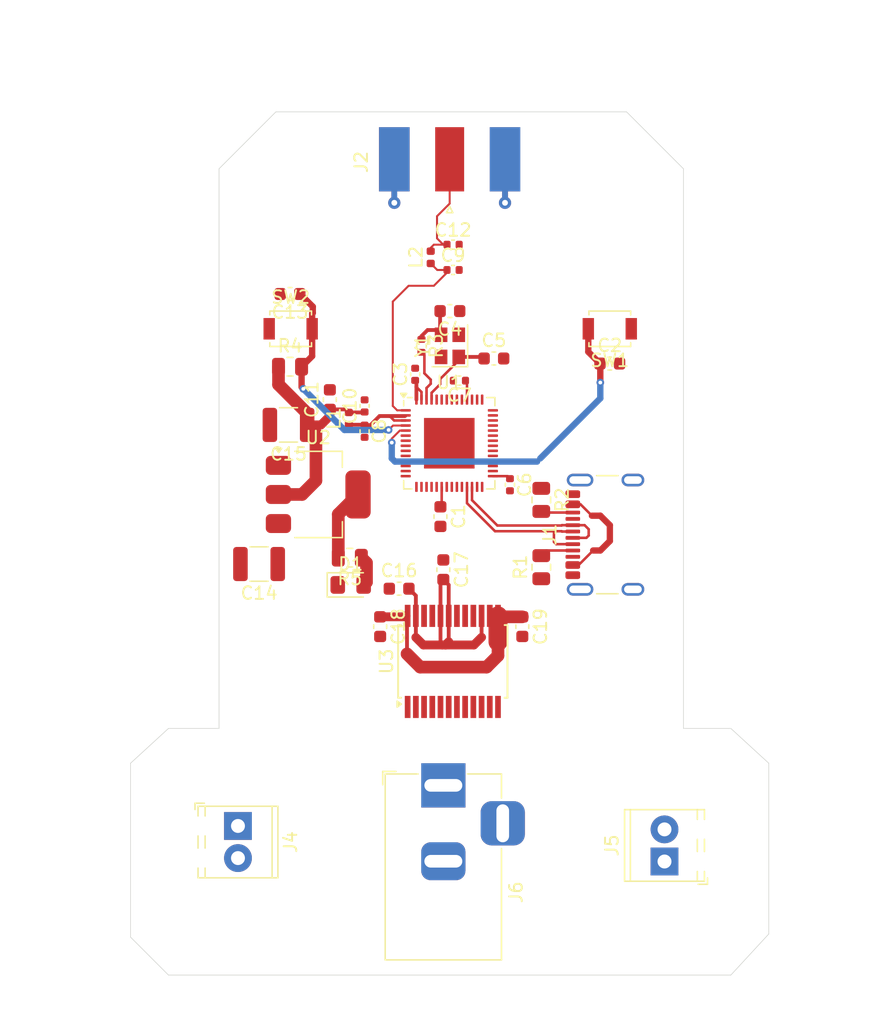
<source format=kicad_pcb>
(kicad_pcb (version 20240108) (generator "pcbnew") (generator_version "8.0")
  (layers (0 "F.Cu" signal) (1 "In1.Cu" power) (2 "In2.Cu" signal) (31 "B.Cu" signal) (34 "B.Paste" user) (35 "F.Paste" user) (36 "B.SilkS" user "B.Silkscreen") (37 "F.SilkS" user "F.Silkscreen") (38 "B.Mask" user) (39 "F.Mask" user) (44 "Edge.Cuts" user))
  (net 0 "")
  (net 1 "GND")
  (net 2 "+3.3V")
  (net 3 "IO0")
  (net 4 "Net-(C4-Pad2)")
  (net 5 "Net-(U1-XTAL_N)")
  (net 6 "+3.3VA")
  (net 7 "Net-(U1-LNA_IN)")
  (net 8 "Net-(J2-In)")
  (net 9 "ENABLE")
  (net 10 "Vin")
  (net 11 "Net-(D1-A)")
  (net 12 "Net-(J1-CC1)")
  (net 15 "D+")
  (net 18 "Net-(J1-CC2)")
  (net 21 "D-")
  (net 22 "Net-(J4-Pin_1)")
  (net 23 "Net-(J4-Pin_2)")
  (net 24 "Net-(J5-Pin_1)")
  (net 25 "Net-(J5-Pin_2)")
  (net 26 "Net-(U1-XTAL_P)")
  (net 69 "AIN_1")
  (net 70 "BIN_2")
  (net 71 "BIN_1")
  (net 72 "AIN_2")
  (footprint "Capacitor_SMD:C_0603_1608Metric" (layer "F.Cu") (at 146.08 90.55)
    (property "Reference" "C16" (at 0 -1.43 0) (layer "F.SilkS"))
    (property "Value" "0.1uF")
    (pad "1" smd roundrect (at -0.775 0) (size 0.9 0.95) (layers "F.Cu" "F.Paste" "F.Mask") (net 1 "GND"))
    (pad "2" smd roundrect (at 0.775 0) (size 0.9 0.95) (layers "F.Cu" "F.Paste" "F.Mask") (net 2 "+3.3V"))
  )
  (footprint "Capacitor_SMD:C_0402_1005Metric" (layer "F.Cu") (at 150.35 65.35)
    (property "Reference" "C9" (at 0 -1.16 0) (layer "F.SilkS"))
    (property "Value" "3.3p")
    (pad "1" smd roundrect (at -0.48 0) (size 0.56 0.62) (layers "F.Cu" "F.Paste" "F.Mask") (net 7 "Net-(U1-LNA_IN)"))
    (pad "2" smd roundrect (at 0.48 0) (size 0.56 0.62) (layers "F.Cu" "F.Paste" "F.Mask") (net 1 "GND"))
  )
  (footprint "Capacitor_SMD:C_0603_1608Metric" (layer "F.Cu") (at 140.6 75.6 90)
    (property "Reference" "C11" (at 0 -1.43 -90) (layer "F.SilkS"))
    (property "Value" "10u")
    (pad "1" smd roundrect (at -0.775 0 90) (size 0.9 0.95) (layers "F.Cu" "F.Paste" "F.Mask") (net 2 "+3.3V"))
    (pad "2" smd roundrect (at 0.775 0 90) (size 0.9 0.95) (layers "F.Cu" "F.Paste" "F.Mask") (net 1 "GND"))
  )
  (footprint "Capacitor_SMD:C_0603_1608Metric" (layer "F.Cu") (at 149.58 89.05 -90)
    (property "Reference" "C17" (at 0 -1.43 90) (layer "F.SilkS"))
    (property "Value" "10uF")
    (pad "1" smd roundrect (at -0.775 0 270) (size 0.9 0.95) (layers "F.Cu" "F.Paste" "F.Mask") (net 1 "GND"))
    (pad "2" smd roundrect (at 0.775 0 270) (size 0.9 0.95) (layers "F.Cu" "F.Paste" "F.Mask") (net 2 "+3.3V"))
  )
  (footprint "Crystal:Crystal_SMD_2520-4Pin_2.5x2.0mm" (layer "F.Cu") (at 150.1 71.35 90)
    (property "Reference" "Y1" (at 0 -2.2 -90) (layer "F.SilkS"))
    (property "Value" "40MHz")
    (pad "1" smd rect (at -0.875 0.7 90) (size 1.15 1) (layers "F.Cu" "F.Paste" "F.Mask") (net 5 "Net-(U1-XTAL_N)"))
    (pad "2" smd rect (at 0.875 0.7 90) (size 1.15 1) (layers "F.Cu" "F.Paste" "F.Mask") (net 1 "GND"))
    (pad "3" smd rect (at 0.875 -0.7 90) (size 1.15 1) (layers "F.Cu" "F.Paste" "F.Mask") (net 4 "Net-(C4-Pad2)"))
    (pad "4" smd rect (at -0.875 -0.7 90) (size 1.15 1) (layers "F.Cu" "F.Paste" "F.Mask") (net 1 "GND"))
  )
  (footprint "Capacitor_SMD:C_0402_1005Metric" (layer "F.Cu") (at 150.35 63.35)
    (property "Reference" "C12" (at 0 -1.16 0) (layer "F.SilkS"))
    (property "Value" "3.3p")
    (pad "1" smd roundrect (at -0.48 0) (size 0.56 0.62) (layers "F.Cu" "F.Paste" "F.Mask") (net 8 "Net-(J2-In)"))
    (pad "2" smd roundrect (at 0.48 0) (size 0.56 0.62) (layers "F.Cu" "F.Paste" "F.Mask") (net 1 "GND"))
  )
  (footprint "Connector_BarrelJack:BarrelJack_Horizontal" (layer "F.Cu") (at 149.58 106.1 90)
    (property "Reference" "J6" (at -8.45 5.75 -90) (layer "F.SilkS"))
    (property "Value" "Barrel_Jack_Switch")
    (pad "1" thru_hole rect (at 0 0 90) (size 3.5 3.5) (drill oval 1 3) (layers "*.Cu" "*.Mask") (net 10 "Vin"))
    (pad "2" thru_hole roundrect (at -6 0 90) (size 3 3.5) (drill oval 1 3) (layers "*.Cu" "*.Mask") (net 1 "GND"))
    (pad "3" thru_hole roundrect (at -3 4.7 90) (size 3.5 3.5) (drill oval 3 1) (layers "*.Cu" "*.Mask") (net 1 "GND"))
  )
  (footprint "Capacitor_SMD:C_0402_1005Metric" (layer "F.Cu") (at 147.35 73.6 90)
    (property "Reference" "C3" (at 0 -1.16 -90) (layer "F.SilkS"))
    (property "Value" "100n")
    (pad "1" smd roundrect (at -0.48 0 90) (size 0.56 0.62) (layers "F.Cu" "F.Paste" "F.Mask") (net 2 "+3.3V"))
    (pad "2" smd roundrect (at 0.48 0 90) (size 0.56 0.62) (layers "F.Cu" "F.Paste" "F.Mask") (net 1 "GND"))
  )
  (footprint "TerminalBlock_Phoenix:TerminalBlock_Phoenix_MPT-0,5-2-2.54_1x02_P2.54mm_Horizontal" (layer "F.Cu") (at 167.08 112.12 90)
    (property "Reference" "J5" (at 1.27 -4.16 90) (layer "F.SilkS"))
    (property "Value" "Motor_2")
    (pad "" np_thru_hole circle (at 0 2.54 90) (size 1.1 1.1) (drill 1.1) (layers "*.Cu" "*.Mask"))
    (pad "" np_thru_hole circle (at 2.54 2.54 90) (size 1.1 1.1) (drill 1.1) (layers "*.Cu" "*.Mask"))
    (pad "1" thru_hole rect (at 0 0 90) (size 2.2 2.2) (drill 1.1) (layers "*.Cu" "*.Mask") (net 24 "Net-(J5-Pin_1)"))
    (pad "2" thru_hole circle (at 2.54 0 90) (size 2.2 2.2) (drill 1.1) (layers "*.Cu" "*.Mask") (net 25 "Net-(J5-Pin_2)"))
  )
  (footprint "Capacitor_SMD:C_0603_1608Metric" (layer "F.Cu") (at 150.1 68.6 180)
    (property "Reference" "C4" (at 0 -1.43 180) (layer "F.SilkS"))
    (property "Value" "10p")
    (pad "1" smd roundrect (at -0.775 0 180) (size 0.9 0.95) (layers "F.Cu" "F.Paste" "F.Mask") (net 1 "GND"))
    (pad "2" smd roundrect (at 0.775 0 180) (size 0.9 0.95) (layers "F.Cu" "F.Paste" "F.Mask") (net 4 "Net-(C4-Pad2)"))
  )
  (footprint "Capacitor_SMD:C_0603_1608Metric" (layer "F.Cu") (at 155.83 93.55 -90)
    (property "Reference" "C19" (at 0 -1.43 90) (layer "F.SilkS"))
    (property "Value" "10uF")
    (pad "1" smd roundrect (at -0.775 0 270) (size 0.9 0.95) (layers "F.Cu" "F.Paste" "F.Mask") (net 10 "Vin"))
    (pad "2" smd roundrect (at 0.775 0 270) (size 0.9 0.95) (layers "F.Cu" "F.Paste" "F.Mask") (net 1 "GND"))
  )
  (footprint "Package_DFN_QFN:QFN-56-1EP_7x7mm_P0.4mm_EP4x4mm" (layer "F.Cu") (at 150.05 79.05)
    (property "Reference" "U1" (at 0 -4.8 0) (layer "F.SilkS"))
    (property "Value" "ESP32-S3")
    (pad "1" smd roundrect (at -3.45 -2.6) (size 0.8 0.2) (layers "F.Cu" "F.Paste" "F.Mask") (net 7 "Net-(U1-LNA_IN)"))
    (pad "2" smd roundrect (at -3.45 -2.2) (size 0.8 0.2) (layers "F.Cu" "F.Paste" "F.Mask") (net 6 "+3.3VA"))
    (pad "3" smd roundrect (at -3.45 -1.8) (size 0.8 0.2) (layers "F.Cu" "F.Paste" "F.Mask") (net 6 "+3.3VA"))
    (pad "4" smd roundrect (at -3.45 -1.4) (size 0.8 0.2) (layers "F.Cu" "F.Paste" "F.Mask") (net 9 "ENABLE"))
    (pad "5" smd roundrect (at -3.45 -1) (size 0.8 0.2) (layers "F.Cu" "F.Paste" "F.Mask") (net 3 "IO0"))
    (pad "6" smd roundrect (at -3.45 -0.6) (size 0.8 0.2) (layers "F.Cu" "F.Paste" "F.Mask"))
    (pad "7" smd roundrect (at -3.45 -0.2) (size 0.8 0.2) (layers "F.Cu" "F.Paste" "F.Mask"))
    (pad "8" smd roundrect (at -3.45 0.2) (size 0.8 0.2) (layers "F.Cu" "F.Paste" "F.Mask"))
    (pad "9" smd roundrect (at -3.45 0.6) (size 0.8 0.2) (layers "F.Cu" "F.Paste" "F.Mask"))
    (pad "10" smd roundrect (at -3.45 1) (size 0.8 0.2) (layers "F.Cu" "F.Paste" "F.Mask"))
    (pad "11" smd roundrect (at -3.45 1.4) (size 0.8 0.2) (layers "F.Cu" "F.Paste" "F.Mask"))
    (pad "12" smd roundrect (at -3.45 1.8) (size 0.8 0.2) (layers "F.Cu" "F.Paste" "F.Mask"))
    (pad "13" smd roundrect (at -3.45 2.2) (size 0.8 0.2) (layers "F.Cu" "F.Paste" "F.Mask"))
    (pad "14" smd roundrect (at -3.45 2.6) (size 0.8 0.2) (layers "F.Cu" "F.Paste" "F.Mask"))
    (pad "15" smd roundrect (at -2.6 3.45) (size 0.2 0.8) (layers "F.Cu" "F.Paste" "F.Mask"))
    (pad "16" smd roundrect (at -2.2 3.45) (size 0.2 0.8) (layers "F.Cu" "F.Paste" "F.Mask"))
    (pad "17" smd roundrect (at -1.8 3.45) (size 0.2 0.8) (layers "F.Cu" "F.Paste" "F.Mask"))
    (pad "18" smd roundrect (at -1.4 3.45) (size 0.2 0.8) (layers "F.Cu" "F.Paste" "F.Mask"))
    (pad "19" smd roundrect (at -1 3.45) (size 0.2 0.8) (layers "F.Cu" "F.Paste" "F.Mask"))
    (pad "20" smd roundrect (at -0.6 3.45) (size 0.2 0.8) (layers "F.Cu" "F.Paste" "F.Mask") (net 2 "+3.3V"))
    (pad "21" smd roundrect (at -0.2 3.45) (size 0.2 0.8) (layers "F.Cu" "F.Paste" "F.Mask"))
    (pad "22" smd roundrect (at 0.2 3.45) (size 0.2 0.8) (layers "F.Cu" "F.Paste" "F.Mask"))
    (pad "23" smd roundrect (at 0.6 3.45) (size 0.2 0.8) (layers "F.Cu" "F.Paste" "F.Mask"))
    (pad "24" smd roundrect (at 1 3.45) (size 0.2 0.8) (layers "F.Cu" "F.Paste" "F.Mask"))
    (pad "25" smd roundrect (at 1.4 3.45) (size 0.2 0.8) (layers "F.Cu" "F.Paste" "F.Mask") (net 21 "D-"))
    (pad "26" smd roundrect (at 1.8 3.45) (size 0.2 0.8) (layers "F.Cu" "F.Paste" "F.Mask") (net 15 "D+"))
    (pad "27" smd roundrect (at 2.2 3.45) (size 0.2 0.8) (layers "F.Cu" "F.Paste" "F.Mask"))
    (pad "28" smd roundrect (at 2.6 3.45) (size 0.2 0.8) (layers "F.Cu" "F.Paste" "F.Mask"))
    (pad "29" smd roundrect (at 3.45 2.6) (size 0.8 0.2) (layers "F.Cu" "F.Paste" "F.Mask") (net 2 "+3.3V"))
    (pad "30" smd roundrect (at 3.45 2.2) (size 0.8 0.2) (layers "F.Cu" "F.Paste" "F.Mask"))
    (pad "31" smd roundrect (at 3.45 1.8) (size 0.8 0.2) (layers "F.Cu" "F.Paste" "F.Mask"))
    (pad "32" smd roundrect (at 3.45 1.4) (size 0.8 0.2) (layers "F.Cu" "F.Paste" "F.Mask"))
    (pad "33" smd roundrect (at 3.45 1) (size 0.8 0.2) (layers "F.Cu" "F.Paste" "F.Mask"))
    (pad "34" smd roundrect (at 3.45 0.6) (size 0.8 0.2) (layers "F.Cu" "F.Paste" "F.Mask"))
    (pad "35" smd roundrect (at 3.45 0.2) (size 0.8 0.2) (layers "F.Cu" "F.Paste" "F.Mask"))
    (pad "36" smd roundrect (at 3.45 -0.2) (size 0.8 0.2) (layers "F.Cu" "F.Paste" "F.Mask"))
    (pad "37" smd roundrect (at 3.45 -0.6) (size 0.8 0.2) (layers "F.Cu" "F.Paste" "F.Mask"))
    (pad "38" smd roundrect (at 3.45 -1) (size 0.8 0.2) (layers "F.Cu" "F.Paste" "F.Mask"))
    (pad "39" smd roundrect (at 3.45 -1.4) (size 0.8 0.2) (layers "F.Cu" "F.Paste" "F.Mask"))
    (pad "40" smd roundrect (at 3.45 -1.8) (size 0.8 0.2) (layers "F.Cu" "F.Paste" "F.Mask"))
    (pad "41" smd roundrect (at 3.45 -2.2) (size 0.8 0.2) (layers "F.Cu" "F.Paste" "F.Mask"))
    (pad "42" smd roundrect (at 3.45 -2.6) (size 0.8 0.2) (layers "F.Cu" "F.Paste" "F.Mask"))
    (pad "43" smd roundrect (at 2.6 -3.45) (size 0.2 0.8) (layers "F.Cu" "F.Paste" "F.Mask"))
    (pad "44" smd roundrect (at 2.2 -3.45) (size 0.2 0.8) (layers "F.Cu" "F.Paste" "F.Mask"))
    (pad "45" smd roundrect (at 1.8 -3.45) (size 0.2 0.8) (layers "F.Cu" "F.Paste" "F.Mask"))
    (pad "46" smd roundrect (at 1.4 -3.45) (size 0.2 0.8) (layers "F.Cu" "F.Paste" "F.Mask") (net 2 "+3.3V"))
    (pad "47" smd roundrect (at 1 -3.45) (size 0.2 0.8) (layers "F.Cu" "F.Paste" "F.Mask"))
    (pad "48" smd roundrect (at 0.6 -3.45) (size 0.2 0.8) (layers "F.Cu" "F.Paste" "F.Mask"))
    (pad "49" smd roundrect (at 0.2 -3.45) (size 0.2 0.8) (layers "F.Cu" "F.Paste" "F.Mask"))
    (pad "50" smd roundrect (at -0.2 -3.45) (size 0.2 0.8) (layers "F.Cu" "F.Paste" "F.Mask"))
    (pad "51" smd roundrect (at -0.6 -3.45) (size 0.2 0.8) (layers "F.Cu" "F.Paste" "F.Mask"))
    (pad "52" smd roundrect (at -1 -3.45) (size 0.2 0.8) (layers "F.Cu" "F.Paste" "F.Mask"))
    (pad "53" smd roundrect (at -1.4 -3.45) (size 0.2 0.8) (layers "F.Cu" "F.Paste" "F.Mask") (net 5 "Net-(U1-XTAL_N)"))
    (pad "54" smd roundrect (at -1.8 -3.45) (size 0.2 0.8) (layers "F.Cu" "F.Paste" "F.Mask") (net 26 "Net-(U1-XTAL_P)"))
    (pad "55" smd roundrect (at -2.2 -3.45) (size 0.2 0.8) (layers "F.Cu" "F.Paste" "F.Mask") (net 2 "+3.3V"))
    (pad "56" smd roundrect (at -2.6 -3.45) (size 0.2 0.8) (layers "F.Cu" "F.Paste" "F.Mask") (net 2 "+3.3V"))
    (pad "57" smd rect (at 0 0) (size 4 4) (property pad_prop_heatsink) (layers "F.Cu" "F.Mask") (net 1 "GND"))
  )
  (footprint "Button_Switch_SMD:SW_SPST_B3U-1000P" (layer "F.Cu") (at 162.75 70 180)
    (property "Reference" "SW1" (at 0 -2.5 180) (layer "F.SilkS"))
    (property "Value" "SW_Push")
    (pad "1" smd rect (at -1.700001 0 180) (size 0.9 1.7) (layers "F.Cu" "F.Paste" "F.Mask") (net 1 "GND"))
    (pad "2" smd rect (at 1.700001 0 180) (size 0.9 1.7) (layers "F.Cu" "F.Paste" "F.Mask") (net 3 "IO0"))
  )
  (footprint "Capacitor_SMD:C_0402_1005Metric" (layer "F.Cu") (at 143.35 76.1 90)
    (property "Reference" "C10" (at 0 -1.16 -90) (layer "F.SilkS"))
    (property "Value" "100n")
    (pad "1" smd roundrect (at -0.48 0 90) (size 0.56 0.62) (layers "F.Cu" "F.Paste" "F.Mask") (net 2 "+3.3V"))
    (pad "2" smd roundrect (at 0.48 0 90) (size 0.56 0.62) (layers "F.Cu" "F.Paste" "F.Mask") (net 1 "GND"))
  )
  (footprint "Capacitor_SMD:C_0603_1608Metric" (layer "F.Cu") (at 149.35 84.85 -90)
    (property "Reference" "C1" (at 0 -1.43 90) (layer "F.SilkS"))
    (property "Value" "10u")
    (pad "1" smd roundrect (at -0.775 0 270) (size 0.9 0.95) (layers "F.Cu" "F.Paste" "F.Mask") (net 2 "+3.3V"))
    (pad "2" smd roundrect (at 0.775 0 270) (size 0.9 0.95) (layers "F.Cu" "F.Paste" "F.Mask") (net 1 "GND"))
  )
  (footprint "Resistor_SMD:R_0805_2012Metric" (layer "F.Cu") (at 157.33 83.53 -90)
    (property "Reference" "R2" (at 0 -1.65 90) (layer "F.SilkS"))
    (property "Value" "5.7k")
    (pad "1" smd roundrect (at -0.9125 0 270) (size 1.025 1.4) (layers "F.Cu" "F.Paste" "F.Mask") (roundrect_rratio 0.243902) (net 1 "GND"))
    (pad "2" smd roundrect (at 0.9125 0 270) (size 1.025 1.4) (layers "F.Cu" "F.Paste" "F.Mask") (roundrect_rratio 0.243902) (net 18 "Net-(J1-CC2)"))
  )
  (footprint "Inductor_SMD:L_0402_1005Metric" (layer "F.Cu") (at 148.58 64.35 90)
    (property "Reference" "L2" (at 0 -1.17 -90) (layer "F.SilkS"))
    (property "Value" "2.2n")
    (pad "1" smd roundrect (at -0.485 0 90) (size 0.59 0.64) (layers "F.Cu" "F.Paste" "F.Mask") (net 7 "Net-(U1-LNA_IN)"))
    (pad "2" smd roundrect (at 0.485 0 90) (size 0.59 0.64) (layers "F.Cu" "F.Paste" "F.Mask") (net 8 "Net-(J2-In)"))
  )
  (footprint "Connector_Coaxial:SMA_Molex_73251-1153_EdgeMount_Horizontal" (layer "F.Cu") (at 150.08 58.32 -90)
    (property "Reference" "J2" (at -1.5 7 90) (layer "F.SilkS"))
    (property "Value" "Conn_Coaxial")
    (pad "1" smd rect (at -1.72 0 270) (size 5.08 2.29) (layers "F.Cu" "F.Paste" "F.Mask") (net 8 "Net-(J2-In)"))
    (pad "2" smd rect (at -1.72 -4.38 270) (size 5.08 2.42) (layers "F.Cu" "F.Paste" "F.Mask") (net 1 "GND"))
    (pad "2" smd rect (at -1.72 -4.38 270) (size 5.08 2.42) (layers "B.Cu" "B.Paste" "B.Mask") (net 1 "GND"))
    (pad "2" smd rect (at -1.72 4.38 270) (size 5.08 2.42) (layers "F.Cu" "F.Paste" "F.Mask") (net 1 "GND"))
    (pad "2" smd rect (at -1.72 4.38 270) (size 5.08 2.42) (layers "B.Cu" "B.Paste" "B.Mask") (net 1 "GND"))
    (pad "2" smd rect (at 1.27 -4.38 270) (size 0.95 0.46) (layers "F.Cu") (net 1 "GND"))
    (pad "2" smd rect (at 1.27 -4.38 270) (size 0.95 0.46) (layers "B.Cu") (net 1 "GND"))
    (pad "2" smd rect (at 1.27 4.38 270) (size 0.95 0.46) (layers "F.Cu") (net 1 "GND"))
    (pad "2" smd rect (at 1.27 4.38 270) (size 0.95 0.46) (layers "B.Cu") (net 1 "GND"))
    (pad "2" thru_hole circle (at 1.72 -4.38 270) (size 0.97 0.97) (drill 0.46) (layers "*.Cu" "*.Mask") (net 1 "GND"))
    (pad "2" thru_hole circle (at 1.72 4.38 270) (size 0.97 0.97) (drill 0.46) (layers "*.Cu") (net 1 "GND"))
  )
  (footprint "Resistor_SMD:R_0402_1005Metric" (layer "F.Cu") (at 147.85 71.35 -90)
    (property "Reference" "R3" (at 0 -1.17 90) (layer "F.SilkS"))
    (property "Value" "22k")
    (pad "1" smd roundrect (at -0.509999 0 270) (size 0.54 0.64) (layers "F.Cu" "F.Paste" "F.Mask") (net 4 "Net-(C4-Pad2)"))
    (pad "2" smd roundrect (at 0.509999 0 270) (size 0.54 0.64) (layers "F.Cu" "F.Paste" "F.Mask") (net 26 "Net-(U1-XTAL_P)"))
  )
  (footprint "Button_Switch_SMD:SW_SPST_B3U-1000P" (layer "F.Cu") (at 137.5 70)
    (property "Reference" "SW2" (at 0 -2.5 0) (layer "F.SilkS"))
    (property "Value" "SW_Push")
    (pad "1" smd rect (at -1.7 0) (size 0.9 1.7) (layers "F.Cu" "F.Paste" "F.Mask") (net 1 "GND"))
    (pad "2" smd rect (at 1.7 0) (size 0.9 1.7) (layers "F.Cu" "F.Paste" "F.Mask") (net 9 "ENABLE"))
  )
  (footprint "Capacitor_SMD:C_0603_1608Metric" (layer "F.Cu") (at 162.75 72.749999)
    (property "Reference" "C2" (at 0 -1.43 0) (layer "F.SilkS"))
    (property "Value" "0.1u")
    (pad "1" smd roundrect (at -0.775 0) (size 0.9 0.95) (layers "F.Cu" "F.Paste" "F.Mask") (net 3 "IO0"))
    (pad "2" smd roundrect (at 0.775 0) (size 0.9 0.95) (layers "F.Cu" "F.Paste" "F.Mask") (net 1 "GND"))
  )
  (footprint "Resistor_SMD:R_0805_2012Metric" (layer "F.Cu") (at 157.33 88.85 90)
    (property "Reference" "R1" (at 0 -1.65 -90) (layer "F.SilkS"))
    (property "Value" "5.7k")
    (pad "1" smd roundrect (at -0.9125 0 90) (size 1.025 1.4) (layers "F.Cu" "F.Paste" "F.Mask") (roundrect_rratio 0.243902) (net 1 "GND"))
    (pad "2" smd roundrect (at 0.9125 0 90) (size 1.025 1.4) (layers "F.Cu" "F.Paste" "F.Mask") (roundrect_rratio 0.243902) (net 12 "Net-(J1-CC1)"))
  )
  (footprint "TerminalBlock_Phoenix:TerminalBlock_Phoenix_MPT-0,5-2-2.54_1x02_P2.54mm_Horizontal" (layer "F.Cu") (at 133.33 109.31 -90)
    (property "Reference" "J4" (at 1.27 -4.16 -90) (layer "F.SilkS"))
    (property "Value" "Motor_1")
    (pad "" np_thru_hole circle (at 0 2.54 270) (size 1.1 1.1) (drill 1.1) (layers "*.Cu" "*.Mask"))
    (pad "" np_thru_hole circle (at 2.54 2.54 270) (size 1.1 1.1) (drill 1.1) (layers "*.Cu" "*.Mask"))
    (pad "1" thru_hole rect (at 0 0 270) (size 2.2 2.2) (drill 1.1) (layers "*.Cu" "*.Mask") (net 22 "Net-(J4-Pin_1)"))
    (pad "2" thru_hole circle (at 2.54 0 270) (size 2.2 2.2) (drill 1.1) (layers "*.Cu" "*.Mask") (net 23 "Net-(J4-Pin_2)"))
  )
  (footprint "Capacitor_SMD:C_0603_1608Metric" (layer "F.Cu") (at 137.45 67.25 180)
    (property "Reference" "C13" (at 0 -1.43 180) (layer "F.SilkS"))
    (property "Value" "10u")
    (pad "1" smd roundrect (at -0.775 0 180) (size 0.9 0.95) (layers "F.Cu" "F.Paste" "F.Mask") (net 9 "ENABLE"))
    (pad "2" smd roundrect (at 0.775 0 180) (size 0.9 0.95) (layers "F.Cu" "F.Paste" "F.Mask") (net 1 "GND"))
  )
  (footprint "Capacitor_SMD:C_1210_3225Metric" (layer "F.Cu") (at 137.33 77.6 180)
    (property "Reference" "C15" (at 0 -2.300001 180) (layer "F.SilkS"))
    (property "Value" "22u")
    (pad "1" smd roundrect (at -1.475001 0 180) (size 1.15 2.7) (layers "F.Cu" "F.Paste" "F.Mask") (roundrect_rratio 0.217391) (net 2 "+3.3V"))
    (pad "2" smd roundrect (at 1.475001 0 180) (size 1.15 2.7) (layers "F.Cu" "F.Paste" "F.Mask") (roundrect_rratio 0.217391) (net 1 "GND"))
  )
  (footprint "Resistor_SMD:R_0805_2012Metric" (layer "F.Cu") (at 142.180001 88.1 180)
    (property "Reference" "R5" (at 0 -1.65 180) (layer "F.SilkS"))
    (property "Value" "5.7k")
    (pad "1" smd roundrect (at -0.9125 0 180) (size 1.025 1.4) (layers "F.Cu" "F.Paste" "F.Mask") (roundrect_rratio 0.243902) (net 11 "Net-(D1-A)"))
    (pad "2" smd roundrect (at 0.9125 0 180) (size 1.025 1.4) (layers "F.Cu" "F.Paste" "F.Mask") (roundrect_rratio 0.243902) (net 2 "+3.3V"))
  )
  (footprint "Capacitor_SMD:C_0603_1608Metric" (layer "F.Cu") (at 153.58 72.35)
    (property "Reference" "C5" (at 0 -1.43 0) (layer "F.SilkS"))
    (property "Value" "10p")
    (pad "1" smd roundrect (at -0.775 0) (size 0.9 0.95) (layers "F.Cu" "F.Paste" "F.Mask") (net 5 "Net-(U1-XTAL_N)"))
    (pad "2" smd roundrect (at 0.775 0) (size 0.9 0.95) (layers "F.Cu" "F.Paste" "F.Mask") (net 1 "GND"))
  )
  (footprint "Capacitor_SMD:C_0402_1005Metric" (layer "F.Cu") (at 154.85 82.33 -90)
    (property "Reference" "C6" (at 0 -1.16 90) (layer "F.SilkS"))
    (property "Value" "100n")
    (pad "1" smd roundrect (at -0.48 0 270) (size 0.56 0.62) (layers "F.Cu" "F.Paste" "F.Mask") (net 2 "+3.3V"))
    (pad "2" smd roundrect (at 0.48 0 270) (size 0.56 0.62) (layers "F.Cu" "F.Paste" "F.Mask") (net 1 "GND"))
  )
  (footprint "Capacitor_SMD:C_1210_3225Metric" (layer "F.Cu") (at 135 88.6 180)
    (property "Reference" "C14" (at 0 -2.300001 180) (layer "F.SilkS"))
    (property "Value" "22u")
    (pad "1" smd roundrect (at -1.475001 0 180) (size 1.15 2.7) (layers "F.Cu" "F.Paste" "F.Mask") (roundrect_rratio 0.217391) (net 10 "Vin"))
    (pad "2" smd roundrect (at 1.475001 0 180) (size 1.15 2.7) (layers "F.Cu" "F.Paste" "F.Mask") (roundrect_rratio 0.217391) (net 1 "GND"))
  )
  (footprint "Package_TO_SOT_SMD:SOT-223-3_TabPin2" (layer "F.Cu") (at 139.680001 83.1)
    (property "Reference" "U2" (at 0 -4.500001 0) (layer "F.SilkS"))
    (property "Value" "AMS1117-3.3")
    (pad "1" smd roundrect (at -3.15 -2.3) (size 2 1.5) (layers "F.Cu" "F.Paste" "F.Mask") (net 1 "GND"))
    (pad "2" smd roundrect (at -3.149999 0) (size 2 1.5) (layers "F.Cu" "F.Paste" "F.Mask") (net 2 "+3.3V"))
    (pad "2" smd roundrect (at 3.149999 0) (size 2 3.8) (layers "F.Cu" "F.Paste" "F.Mask") (net 2 "+3.3V"))
    (pad "3" smd roundrect (at -3.15 2.3) (size 2 1.5) (layers "F.Cu" "F.Paste" "F.Mask") (net 10 "Vin"))
  )
  (footprint "Resistor_SMD:R_0805_2012Metric" (layer "F.Cu") (at 137.45 73)
    (property "Reference" "R4" (at 0 -1.65 0) (layer "F.SilkS"))
    (property "Value" "5.7k")
    (pad "1" smd roundrect (at -0.9125 0) (size 1.025 1.4) (layers "F.Cu" "F.Paste" "F.Mask") (roundrect_rratio 0.243902) (net 2 "+3.3V"))
    (pad "2" smd roundrect (at 0.9125 0) (size 1.025 1.4) (layers "F.Cu" "F.Paste" "F.Mask") (roundrect_rratio 0.243902) (net 9 "ENABLE"))
  )
  (footprint "Inductor_SMD:L_0402_1005Metric" (layer "F.Cu") (at 142.1 77.1 90)
    (property "Reference" "L1" (at 0 -1.17 -90) (layer "F.SilkS"))
    (property "Value" "2.2n")
    (pad "1" smd roundrect (at -0.485 0 90) (size 0.59 0.64) (layers "F.Cu" "F.Paste" "F.Mask") (net 6 "+3.3VA"))
    (pad "2" smd roundrect (at 0.485 0 90) (size 0.59 0.64) (layers "F.Cu" "F.Paste" "F.Mask") (net 2 "+3.3V"))
  )
  (footprint "Capacitor_SMD:C_0402_1005Metric" (layer "F.Cu") (at 143.35 78.1 -90)
    (property "Reference" "C8" (at 0 -1.16 90) (layer "F.SilkS"))
    (property "Value" "100n")
    (pad "1" smd roundrect (at -0.48 0 270) (size 0.56 0.62) (layers "F.Cu" "F.Paste" "F.Mask") (net 6 "+3.3VA"))
    (pad "2" smd roundrect (at 0.48 0 270) (size 0.56 0.62) (layers "F.Cu" "F.Paste" "F.Mask") (net 1 "GND"))
  )
  (footprint "Capacitor_SMD:C_0603_1608Metric" (layer "F.Cu") (at 144.58 93.55 -90)
    (property "Reference" "C18" (at 0 -1.43 90) (layer "F.SilkS"))
    (property "Value" "0.1uF")
    (pad "1" smd roundrect (at -0.775 0 270) (size 0.9 0.95) (layers "F.Cu" "F.Paste" "F.Mask") (net 10 "Vin"))
    (pad "2" smd roundrect (at 0.775 0 270) (size 0.9 0.95) (layers "F.Cu" "F.Paste" "F.Mask") (net 1 "GND"))
  )
  (footprint "Package_SO:SSOP-24_5.3x8.2mm_P0.65mm" (layer "F.Cu") (at 150.33 96.3 90)
    (property "Reference" "U3" (at 0 -5.250001 -90) (layer "F.SilkS"))
    (property "Value" "TB6612FNG")
    (pad "1" smd rect (at -3.6 -3.575 90) (size 1.75 0.45) (layers "F.Cu" "F.Paste" "F.Mask") (net 22 "Net-(J4-Pin_1)"))
    (pad "2" smd rect (at -3.6 -2.925 90) (size 1.75 0.45) (layers "F.Cu" "F.Paste" "F.Mask") (net 22 "Net-(J4-Pin_1)"))
    (pad "3" smd rect (at -3.599999 -2.275 90) (size 1.75 0.45) (layers "F.Cu" "F.Paste" "F.Mask") (net 1 "GND"))
    (pad "4" smd rect (at -3.6 -1.625 90) (size 1.75 0.45) (layers "F.Cu" "F.Paste" "F.Mask") (net 1 "GND"))
    (pad "5" smd rect (at -3.6 -0.975001 90) (size 1.75 0.45) (layers "F.Cu" "F.Paste" "F.Mask") (net 23 "Net-(J4-Pin_2)"))
    (pad "6" smd rect (at -3.6 -0.325 90) (size 1.75 0.45) (layers "F.Cu" "F.Paste" "F.Mask") (net 23 "Net-(J4-Pin_2)"))
    (pad "7" smd rect (at -3.6 0.325 90) (size 1.75 0.45) (layers "F.Cu" "F.Paste" "F.Mask") (net 24 "Net-(J5-Pin_1)"))
    (pad "8" smd rect (at -3.6 0.975001 90) (size 1.75 0.45) (layers "F.Cu" "F.Paste" "F.Mask") (net 24 "Net-(J5-Pin_1)"))
    (pad "9" smd rect (at -3.6 1.625 90) (size 1.75 0.45) (layers "F.Cu" "F.Paste" "F.Mask") (net 1 "GND"))
    (pad "10" smd rect (at -3.599999 2.275 90) (size 1.75 0.45) (layers "F.Cu" "F.Paste" "F.Mask") (net 1 "GND"))
    (pad "11" smd rect (at -3.6 2.925 90) (size 1.75 0.45) (layers "F.Cu" "F.Paste" "F.Mask") (net 25 "Net-(J5-Pin_2)"))
    (pad "12" smd rect (at -3.6 3.575 90) (size 1.75 0.45) (layers "F.Cu" "F.Paste" "F.Mask") (net 25 "Net-(J5-Pin_2)"))
    (pad "13" smd rect (at 3.6 3.575 90) (size 1.75 0.45) (layers "F.Cu" "F.Paste" "F.Mask") (net 10 "Vin"))
    (pad "14" smd rect (at 3.6 2.925 90) (size 1.75 0.45) (layers "F.Cu" "F.Paste" "F.Mask") (net 10 "Vin"))
    (pad "15" smd rect (at 3.599999 2.275 90) (size 1.75 0.45) (layers "F.Cu" "F.Paste" "F.Mask") (net 2 "+3.3V"))
    (pad "16" smd rect (at 3.6 1.625 90) (size 1.75 0.45) (layers "F.Cu" "F.Paste" "F.Mask") (net 70 "BIN_2"))
    (pad "17" smd rect (at 3.6 0.975001 90) (size 1.75 0.45) (layers "F.Cu" "F.Paste" "F.Mask") (net 71 "BIN_1"))
    (pad "18" smd rect (at 3.6 0.325 90) (size 1.75 0.45) (layers "F.Cu" "F.Paste" "F.Mask") (net 1 "GND"))
    (pad "19" smd rect (at 3.6 -0.325 90) (size 1.75 0.45) (layers "F.Cu" "F.Paste" "F.Mask") (net 2 "+3.3V"))
    (pad "20" smd rect (at 3.6 -0.975001 90) (size 1.75 0.45) (layers "F.Cu" "F.Paste" "F.Mask") (net 2 "+3.3V"))
    (pad "21" smd rect (at 3.6 -1.625 90) (size 1.75 0.45) (layers "F.Cu" "F.Paste" "F.Mask") (net 69 "AIN_1"))
    (pad "22" smd rect (at 3.599999 -2.275 90) (size 1.75 0.45) (layers "F.Cu" "F.Paste" "F.Mask") (net 72 "AIN_2"))
    (pad "23" smd rect (at 3.6 -2.925 90) (size 1.75 0.45) (layers "F.Cu" "F.Paste" "F.Mask") (net 2 "+3.3V"))
    (pad "24" smd rect (at 3.6 -3.575 90) (size 1.75 0.45) (layers "F.Cu" "F.Paste" "F.Mask") (net 10 "Vin"))
  )
  (footprint "Connector_USB:USB_C_Receptacle_GCT_USB4105-xx-A_16P_TopMnt_Horizontal" (layer "F.Cu") (at 163.505 86.28 90)
    (property "Reference" "J1" (at 0 -5.5 90) (layer "F.SilkS"))
    (property "Value" "USB_C_Receptacle_USB2.0_16P")
    (pad "" np_thru_hole circle (at -2.89 -2.605 90) (size 0.65 0.65) (drill 0.65) (layers "F&B.Cu" "*.Mask"))
    (pad "" np_thru_hole circle (at 2.89 -2.605 90) (size 0.65 0.65) (drill 0.65) (layers "F&B.Cu" "*.Mask"))
    (pad "A1" smd roundrect (at -3.2 -3.68 90) (size 0.6 1.15) (layers "F.Cu" "F.Paste" "F.Mask") (net 1 "GND"))
    (pad "A4" smd roundrect (at -2.4 -3.68 90) (size 0.6 1.15) (layers "F.Cu" "F.Paste" "F.Mask") (net 10 "Vin"))
    (pad "A5" smd roundrect (at -1.25 -3.679999 90) (size 0.3 1.15) (layers "F.Cu" "F.Paste" "F.Mask") (net 12 "Net-(J1-CC1)"))
    (pad "A6" smd roundrect (at -0.25 -3.68 90) (size 0.3 1.15) (layers "F.Cu" "F.Paste" "F.Mask") (net 15 "D+"))
    (pad "A7" smd roundrect (at 0.25 -3.68 90) (size 0.3 1.15) (layers "F.Cu" "F.Paste" "F.Mask") (net 21 "D-"))
    (pad "A8" smd roundrect (at 1.25 -3.679999 90) (size 0.3 1.15) (layers "F.Cu" "F.Paste" "F.Mask"))
    (pad "A9" smd roundrect (at 2.4 -3.68 90) (size 0.6 1.15) (layers "F.Cu" "F.Paste" "F.Mask") (net 10 "Vin"))
    (pad "A12" smd roundrect (at 3.2 -3.68 90) (size 0.6 1.15) (layers "F.Cu" "F.Paste" "F.Mask") (net 1 "GND"))
    (pad "B1" smd roundrect (at 3.2 -3.68 90) (size 0.6 1.15) (layers "F.Cu" "F.Paste" "F.Mask") (net 1 "GND"))
    (pad "B4" smd roundrect (at 2.4 -3.68 90) (size 0.6 1.15) (layers "F.Cu" "F.Paste" "F.Mask") (net 10 "Vin"))
    (pad "B5" smd roundrect (at 1.75 -3.68 90) (size 0.3 1.15) (layers "F.Cu" "F.Paste" "F.Mask") (net 18 "Net-(J1-CC2)"))
    (pad "B6" smd roundrect (at 0.75 -3.68 90) (size 0.3 1.15) (layers "F.Cu" "F.Paste" "F.Mask") (net 15 "D+"))
    (pad "B7" smd roundrect (at -0.75 -3.68 90) (size 0.3 1.15) (layers "F.Cu" "F.Paste" "F.Mask") (net 21 "D-"))
    (pad "B8" smd roundrect (at -1.75 -3.68 90) (size 0.3 1.15) (layers "F.Cu" "F.Paste" "F.Mask"))
    (pad "B9" smd roundrect (at -2.4 -3.68 90) (size 0.6 1.15) (layers "F.Cu" "F.Paste" "F.Mask") (net 10 "Vin"))
    (pad "B12" smd roundrect (at -3.2 -3.68 90) (size 0.6 1.15) (layers "F.Cu" "F.Paste" "F.Mask") (net 1 "GND"))
    (pad "S1" thru_hole oval (at -4.32 -3.105 90) (size 1 2.1) (drill oval 0.6 1.7) (layers "*.Cu" "*.Mask" "F.Paste"))
    (pad "S1" thru_hole oval (at -4.32 1.075 90) (size 1 1.8) (drill oval 0.6 1.4) (layers "*.Cu" "*.Mask" "F.Paste"))
    (pad "S1" thru_hole oval (at 4.32 -3.105 90) (size 1 2.1) (drill oval 0.6 1.7) (layers "*.Cu" "*.Mask" "F.Paste"))
    (pad "S1" thru_hole oval (at 4.32 1.075 90) (size 1 1.8) (drill oval 0.6 1.4) (layers "*.Cu" "*.Mask" "F.Paste"))
  )
  (footprint "LED_SMD:LED_0805_2012Metric_Pad1.15x1.40mm_HandSolder" (layer "F.Cu") (at 142.25 90.25)
    (property "Reference" "D1" (at 0 -1.65 0) (layer "F.SilkS"))
    (property "Value" "LED")
    (pad "1" smd roundrect (at -1.024999 0) (size 1.15 1.4) (layers "F.Cu" "F.Paste" "F.Mask") (roundrect_rratio 0.217391) (net 1 "GND"))
    (pad "2" smd roundrect (at 1.024999 0) (size 1.15 1.4) (layers "F.Cu" "F.Paste" "F.Mask") (roundrect_rratio 0.217391) (net 11 "Net-(D1-A)"))
  )
  (footprint "Capacitor_SMD:C_0402_1005Metric" (layer "F.Cu") (at 150.85 74.1 180)
    (property "Reference" "C7" (at 0 -1.16 180) (layer "F.SilkS"))
    (property "Value" "100n")
    (pad "1" smd roundrect (at -0.48 0 180) (size 0.56 0.62) (layers "F.Cu" "F.Paste" "F.Mask") (net 2 "+3.3V"))
    (pad "2" smd roundrect (at 0.48 0 180) (size 0.56 0.62) (layers "F.Cu" "F.Paste" "F.Mask") (net 1 "GND"))
  )
  (gr_line (start 124.83 118.1) (end 127.83 121.1) (stroke (width 0.05)) (layer "Edge.Cuts"))
  (gr_line (start 172.33 121.1) (end 127.83 121.1) (stroke (width 0.05)) (layer "Edge.Cuts"))
  (gr_line (start 175.33 104.35) (end 172.33 101.6) (stroke (width 0.05)) (layer "Edge.Cuts"))
  (gr_line (start 131.83 57.35) (end 136.33 52.85) (stroke (width 0.05)) (layer "Edge.Cuts"))
  (gr_line (start 131.83 57.35) (end 131.83 101.6) (stroke (width 0.05)) (layer "Edge.Cuts"))
  (gr_line (start 124.83 118.1) (end 124.83 104.35) (stroke (width 0.05)) (layer "Edge.Cuts"))
  (gr_line (start 175.33 104.35) (end 175.33 117.85) (stroke (width 0.05)) (layer "Edge.Cuts"))
  (gr_line (start 131.83 101.6) (end 127.83 101.6) (stroke (width 0.05)) (layer "Edge.Cuts"))
  (gr_line (start 124.83 104.35) (end 127.83 101.6) (stroke (width 0.05)) (layer "Edge.Cuts"))
  (gr_line (start 168.58 101.6) (end 172.33 101.6) (stroke (width 0.05)) (layer "Edge.Cuts"))
  (gr_line (start 168.58 57.35) (end 168.58 101.6) (stroke (width 0.05)) (layer "Edge.Cuts"))
  (gr_line (start 168.58 57.35) (end 164.08 52.85) (stroke (width 0.05)) (layer "Edge.Cuts"))
  (gr_line (start 136.33 52.85) (end 164.08 52.85) (stroke (width 0.05)) (layer "Edge.Cuts"))
  (gr_line (start 175.33 117.85) (end 172.33 121.1) (stroke (width 0.05)) (layer "Edge.Cuts"))
  (segment (start 147.405 91.1) (end 147.405 92.7) (width 0.3) (layer "F.Cu") (net 2))
  (segment (start 139.9 77.6) (end 140.6 76.9) (width 0.7) (layer "F.Cu") (net 2))
  (segment (start 140.6 76.375) (end 141.86 76.375) (width 0.3) (layer "F.Cu") (net 2))
  (segment (start 149.354999 92.7) (end 149.354999 94.854999) (width 0.3) (layer "F.Cu") (net 2))
  (segment (start 138.805001 77.6) (end 139.9 77.6) (width 0.7) (layer "F.Cu") (net 2))
  (segment (start 150.005 94.745) (end 149.75 95) (width 0.7) (layer "F.Cu") (net 2))
  (segment (start 147.405 92.7) (end 147.405 94.405) (width 0.3) (layer "F.Cu") (net 2))
  (segment (start 148 95) (end 149.5 95) (width 0.7) (layer "F.Cu") (net 2))
  (segment (start 136.5375 73) (end 136.5375 74.4125) (width 1) (layer "F.Cu") (net 2))
  (segment (start 139.5 82) (end 139.5 78.294999) (width 1) (layer "F.Cu") (net 2))
  (segment (start 147.85 75) (end 147.45 74.6) (width 0.2) (layer "F.Cu") (net 2))
  (segment (start 153.5 81.65) (end 154.65 81.65) (width 0.2) (layer "F.Cu") (net 2))
  (segment (start 147.85 75.6) (end 147.85 75) (width 0.2) (layer "F.Cu") (net 2))
  (segment (start 149.354999 90.050001) (end 149.58 89.825) (width 0.3) (layer "F.Cu") (net 2))
  (segment (start 147.45 75.6) (end 147.45 74.6) (width 0.3) (layer "F.Cu") (net 2))
  (segment (start 149.354999 92.7) (end 149.354999 90.050001) (width 0.3) (layer "F.Cu") (net 2))
  (segment (start 138.805001 76.680001) (end 138.805001 77.6) (width 1) (layer "F.Cu") (net 2))
  (segment (start 150.005 92.7) (end 150.005 90.25) (width 0.3) (layer "F.Cu") (net 2))
  (segment (start 140.6 76.9) (end 140.6 76.375) (width 0.7) (layer "F.Cu") (net 2))
  (segment (start 149.5 95) (end 149.75 95) (width 0.7) (layer "F.Cu") (net 2))
  (segment (start 141.267501 84.662499) (end 142.83 83.1) (width 1) (layer "F.Cu") (net 2))
  (segment (start 152 95) (end 152.605 94.395) (width 0.7) (layer "F.Cu") (net 2))
  (segment (start 143.315 76.615) (end 143.35 76.58) (width 0.3) (layer "F.Cu") (net 2))
  (segment (start 147.405 94.405) (end 148 95) (width 0.7) (layer "F.Cu") (net 2))
  (segment (start 141.267501 88.1) (end 141.267501 84.662499) (width 1) (layer "F.Cu") (net 2))
  (segment (start 154.65 81.65) (end 154.85 81.85) (width 0.2) (layer "F.Cu") (net 2))
  (segment (start 151.33 74.1) (end 151.45 74.22) (width 0.2) (layer "F.Cu") (net 2))
  (segment (start 149.45 82.5) (end 149.45 83.975) (width 0.2) (layer "F.Cu") (net 2))
  (segment (start 150.005 92.7) (end 150.005 94.745) (width 0.3) (layer "F.Cu") (net 2))
  (segment (start 136.5375 74.4125) (end 138.805001 76.680001) (width 1) (layer "F.Cu") (net 2))
  (segment (start 146.855 90.55) (end 147.405 91.1) (width 0.3) (layer "F.Cu") (net 2))
  (segment (start 142.1 76.615) (end 143.315 76.615) (width 0.3) (layer "F.Cu") (net 2))
  (segment (start 149.354999 94.854999) (end 149.5 95) (width 0.3) (layer "F.Cu") (net 2))
  (segment (start 149.45 83.975) (end 149.35 84.075) (width 0.2) (layer "F.Cu") (net 2))
  (segment (start 151.45 74.22) (end 151.45 75.6) (width 0.2) (layer "F.Cu") (net 2))
  (segment (start 152.605 94.395) (end 152.605 92.700001) (width 0.3) (layer "F.Cu") (net 2))
  (segment (start 149.75 95) (end 152 95) (width 0.7) (layer "F.Cu") (net 2))
  (segment (start 147.45 74.18) (end 147.35 74.08) (width 0.3) (layer "F.Cu") (net 2))
  (segment (start 150.005 90.25) (end 149.58 89.825) (width 0.3) (layer "F.Cu") (net 2))
  (segment (start 139.5 78.294999) (end 138.805001 77.6) (width 1) (layer "F.Cu") (net 2))
  (segment (start 147.45 74.6) (end 147.45 74.18) (width 0.3) (layer "F.Cu") (net 2))
  (segment (start 136.530002 83.1) (end 138.4 83.1) (width 1) (layer "F.Cu") (net 2))
  (segment (start 141.86 76.375) (end 142.1 76.615) (width 0.3) (layer "F.Cu") (net 2))
  (segment (start 138.4 83.1) (end 139.5 82) (width 1) (layer "F.Cu") (net 2))
  (segment (start 145.5 78.6844) (end 145.5 79) (width 0.1565) (layer "F.Cu") (net 3))
  (segment (start 161.049999 71.824998) (end 161.975 72.749999) (width 0.5) (layer "F.Cu") (net 3))
  (segment (start 162 72.774999) (end 161.975 72.749999) (width 0.1565) (layer "F.Cu") (net 3))
  (segment (start 146.6 78.05) (end 146.1344 78.05) (width 0.1565) (layer "F.Cu") (net 3))
  (segment (start 162 74.25) (end 162 72.774999) (width 0.5) (layer "F.Cu") (net 3))
  (segment (start 146.1344 78.05) (end 145.5 78.6844) (width 0.1565) (layer "F.Cu") (net 3))
  (segment (start 161.049999 70) (end 161.049999 71.824998) (width 0.5) (layer "F.Cu") (net 3))
  (via (at 162 74.25) (size 0.6) (drill 0.3) (layers "F.Cu" "B.Cu") (net 3))
  (via (at 145.5 79) (size 0.6) (drill 0.3) (layers "F.Cu" "B.Cu") (net 3))
  (segment (start 145.75 80.5) (end 157 80.5) (width 0.5) (layer "B.Cu") (net 3))
  (segment (start 145.5 80.25) (end 145.75 80.5) (width 0.5) (layer "B.Cu") (net 3))
  (segment (start 157.25 80.25) (end 162 75.5) (width 0.5) (layer "B.Cu") (net 3))
  (segment (start 145.5 79) (end 145.5 80.25) (width 0.5) (layer "B.Cu") (net 3))
  (segment (start 162 75.5) (end 162 74.25) (width 0.5) (layer "B.Cu") (net 3))
  (segment (start 157 80.5) (end 157.25 80.25) (width 0.1565) (layer "B.Cu") (net 3))
  (segment (start 149.025 70.1) (end 149.4 70.475) (width 0.3) (layer "F.Cu") (net 4))
  (segment (start 147.85 70.58) (end 148.33 70.1) (width 0.3) (layer "F.Cu") (net 4))
  (segment (start 148.33 70.1) (end 149.025 70.1) (width 0.3) (layer "F.Cu") (net 4))
  (segment (start 149.325 70.4) (end 149.4 70.475) (width 0.3) (layer "F.Cu") (net 4))
  (segment (start 147.85 70.840001) (end 147.85 70.58) (width 0.3) (layer "F.Cu") (net 4))
  (segment (start 149.325 68.6) (end 149.325 70.4) (width 0.3) (layer "F.Cu") (net 4))
  (segment (start 152.68 72.225) (end 152.805 72.35) (width 0.3) (layer "F.Cu") (net 5))
  (segment (start 148.65 75.6) (end 148.65 75.062843) (width 0.2) (layer "F.Cu") (net 5))
  (segment (start 150.8 72.5) (end 150.8 72.225) (width 0.2) (layer "F.Cu") (net 5))
  (segment (start 149.33 73.97) (end 150.8 72.5) (width 0.2) (layer "F.Cu") (net 5))
  (segment (start 150.8 72.225) (end 152.68 72.225) (width 0.3) (layer "F.Cu") (net 5))
  (segment (start 149.33 74.382843) (end 149.33 73.97) (width 0.2) (layer "F.Cu") (net 5))
  (segment (start 148.65 75.062843) (end 149.33 74.382843) (width 0.2) (layer "F.Cu") (net 5))
  (segment (start 143.315 77.585) (end 143.35 77.62) (width 0.3) (layer "F.Cu") (net 6))
  (segment (start 144.53 76.9) (end 145.33 76.9) (width 0.3) (layer "F.Cu") (net 6))
  (segment (start 142.1 77.585) (end 143.315 77.585) (width 0.3) (layer "F.Cu") (net 6))
  (segment (start 145.33 76.9) (end 146.55 76.9) (width 0.3) (layer "F.Cu") (net 6))
  (segment (start 146.6 77.25) (end 145.68 77.25) (width 0.2) (layer "F.Cu") (net 6))
  (segment (start 143.35 77.62) (end 143.81 77.62) (width 0.3) (layer "F.Cu") (net 6))
  (segment (start 145.68 77.25) (end 145.33 76.9) (width 0.2) (layer "F.Cu") (net 6))
  (segment (start 143.81 77.62) (end 144.53 76.9) (width 0.3) (layer "F.Cu") (net 6))
  (segment (start 145.93 76.45) (end 145.58 76.1) (width 0.1565) (layer "F.Cu") (net 7))
  (segment (start 145.58 76.1) (end 145.58 67.85) (width 0.1565) (layer "F.Cu") (net 7))
  (segment (start 145.58 67.85) (end 146.83 66.6) (width 0.1565) (layer "F.Cu") (net 7))
  (segment (start 149.87 65.56) (end 149.87 65.35) (width 0.1565) (layer "F.Cu") (net 7))
  (segment (start 149.095 65.35) (end 148.58 64.835) (width 0.1565) (layer "F.Cu") (net 7))
  (segment (start 146.6 76.45) (end 145.93 76.45) (width 0.1565) (layer "F.Cu") (net 7))
  (segment (start 149.87 65.35) (end 149.095 65.35) (width 0.1565) (layer "F.Cu") (net 7))
  (segment (start 146.83 66.6) (end 148.83 66.6) (width 0.1565) (layer "F.Cu") (net 7))
  (segment (start 148.83 66.6) (end 149.87 65.56) (width 0.1565) (layer "F.Cu") (net 7))
  (segment (start 148.58 63.865) (end 148.58 63.6) (width 0.1565) (layer "F.Cu") (net 8))
  (segment (start 149.87 63.35) (end 149.58 63.35) (width 0.1565) (layer "F.Cu") (net 8))
  (segment (start 150.08 60.1) (end 150.08 56.6) (width 0.1565) (layer "F.Cu") (net 8))
  (segment (start 149.08 62.85) (end 149.08 61.1) (width 0.1565) (layer "F.Cu") (net 8))
  (segment (start 148.83 63.35) (end 149.87 63.35) (width 0.1565) (layer "F.Cu") (net 8))
  (segment (start 149.58 63.35) (end 149.08 62.85) (width 0.1565) (layer "F.Cu") (net 8))
  (segment (start 149.08 61.1) (end 150.08 60.1) (width 0.1565) (layer "F.Cu") (net 8))
  (segment (start 148.58 63.6) (end 148.83 63.35) (width 0.1565) (layer "F.Cu") (net 8))
  (segment (start 138.3625 74.6125) (end 138.3625 73) (width 0.5) (layer "F.Cu") (net 9))
  (segment (start 139.25 68.25) (end 139.25 68.75) (width 0.5) (layer "F.Cu") (net 9))
  (segment (start 138.5 74.75) (end 138.3625 74.6125) (width 0.1565) (layer "F.Cu") (net 9))
  (segment (start 139.2 72.1625) (end 138.3625 73) (width 0.5) (layer "F.Cu") (net 9))
  (segment (start 138.25 67.25) (end 139.25 68.25) (width 0.5) (layer "F.Cu") (net 9))
  (segment (start 139.25 68.75) (end 139.2 68.8) (width 0.5) (layer "F.Cu") (net 9))
  (segment (start 139.2 70) (end 139.2 72.1625) (width 0.5) (layer "F.Cu") (net 9))
  (segment (start 139.2 68.8) (end 139.2 70) (width 0.5) (layer "F.Cu") (net 9))
  (segment (start 146.6 77.65) (end 145.6 77.65) (width 0.1565) (layer "F.Cu") (net 9))
  (segment (start 145.6 77.65) (end 145.25 78) (width 0.1565) (layer "F.Cu") (net 9))
  (segment (start 138.225 67.25) (end 138.25 67.25) (width 0.5) (layer "F.Cu") (net 9))
  (via (at 138.5 74.75) (size 0.6) (drill 0.3) (layers "F.Cu" "B.Cu") (net 9))
  (via (at 145.25 78) (size 0.6) (drill 0.3) (layers "F.Cu" "B.Cu") (net 9))
  (segment (start 145.25 78) (end 141.75 78) (width 0.5) (layer "B.Cu") (net 9))
  (segment (start 141.75 78) (end 138.5 74.75) (width 0.5) (layer "B.Cu") (net 9))
  (segment (start 146.555 92.775) (end 146.63 92.7) (width 0.7) (layer "F.Cu") (net 10))
  (segment (start 146.68 92.775) (end 146.755 92.7) (width 0.3) (layer "F.Cu") (net 10))
  (segment (start 162.005 84.78) (end 162.755 85.53) (width 0.5) (layer "F.Cu") (net 10))
  (segment (start 160.28241 88.68) (end 159.825 88.68) (width 0.2) (layer "F.Cu") (net 10))
  (segment (start 162.005 87.53) (end 161.43241 87.53) (width 0.5) (layer "F.Cu") (net 10))
  (segment (start 153.905 94.75) (end 153.905 95.845) (width 1) (layer "F.Cu") (net 10))
  (segment (start 146.705 92.75) (end 146.705 95.705) (width 0.3) (layer "F.Cu") (net 10))
  (segment (start 161.43241 87.53) (end 160.28241 88.68) (width 0.2) (layer "F.Cu") (net 10))
  (segment (start 146.755 92.7) (end 146.705 92.75) (width 0.3) (layer "F.Cu") (net 10))
  (segment (start 153.905 94.75) (end 153.905 92.7) (width 1.5) (layer "F.Cu") (net 10))
  (segment (start 147.75 96.75) (end 146.705 95.705) (width 1) (layer "F.Cu") (net 10))
  (segment (start 153 96.75) (end 147.75 96.75) (width 1) (layer "F.Cu") (net 10))
  (segment (start 161.335406 84.78) (end 162.005 84.78) (width 0.5) (layer "F.Cu") (net 10))
  (segment (start 162.755 85.53) (end 162.755 86.78) (width 0.5) (layer "F.Cu") (net 10))
  (segment (start 144.58 92.775) (end 146.555 92.775) (width 0.7) (layer "F.Cu") (net 10))
  (segment (start 160.435406 83.88) (end 159.825 83.88) (width 0.2) (layer "F.Cu") (net 10))
  (segment (start 153.98 92.775) (end 153.905 92.7) (width 1) (layer "F.Cu") (net 10))
  (segment (start 162.755 86.78) (end 162.005 87.53) (width 0.5) (layer "F.Cu") (net 10))
  (segment (start 160.435406 83.88) (end 161.335406 84.78) (width 0.2) (layer "F.Cu") (net 10))
  (segment (start 153.905 95.845) (end 153 96.75) (width 1) (layer "F.Cu") (net 10))
  (segment (start 155.83 92.775) (end 153.98 92.775) (width 1) (layer "F.Cu") (net 10))
  (segment (start 143.5 90.024999) (end 143.274999 90.25) (width 1) (layer "F.Cu") (net 11))
  (segment (start 143.092501 88.1) (end 143.5 88.507499) (width 1) (layer "F.Cu") (net 11))
  (segment (start 143.5 88.507499) (end 143.5 90.024999) (width 1) (layer "F.Cu") (net 11))
  (segment (start 157.7375 87.53) (end 157.33 87.9375) (width 0.2) (layer "F.Cu") (net 12))
  (segment (start 159.825001 87.53) (end 157.7375 87.53) (width 0.2) (layer "F.Cu") (net 12))
  (segment (start 159.825 85.53) (end 158.962499 85.53) (width 0.2) (layer "F.Cu") (net 15))
  (segment (start 161.08 85.85) (end 160.76 85.53) (width 0.2) (layer "F.Cu") (net 15))
  (segment (start 153.8532 85.555) (end 151.85 83.5518) (width 0.2) (layer "F.Cu") (net 15))
  (segment (start 160.76 85.53) (end 159.825 85.53) (width 0.2) (layer "F.Cu") (net 15))
  (segment (start 158.937499 85.555) (end 153.8532 85.555) (width 0.2) (layer "F.Cu") (net 15))
  (segment (start 161.08 86.35) (end 161.08 85.85) (width 0.2) (layer "F.Cu") (net 15))
  (segment (start 151.85 83.5518) (end 151.85 82.5) (width 0.2) (layer "F.Cu") (net 15))
  (segment (start 158.962499 85.53) (end 158.937499 85.555) (width 0.2) (layer "F.Cu") (net 15))
  (segment (start 160.9 86.53) (end 161.08 86.35) (width 0.2) (layer "F.Cu") (net 15))
  (segment (start 159.825 86.53) (end 160.9 86.53) (width 0.2) (layer "F.Cu") (net 15))
  (segment (start 157.33 84.4425) (end 157.4175 84.53) (width 0.2) (layer "F.Cu") (net 18))
  (segment (start 157.4175 84.53) (end 159.825 84.53) (width 0.2) (layer "F.Cu") (net 18))
  (segment (start 158.937499 86.005) (end 158.33 86.005) (width 0.2) (layer "F.Cu") (net 21))
  (segment (start 153.6668 86.005) (end 151.45 83.7882) (width 0.2) (layer "F.Cu") (net 21))
  (segment (start 151.45 83.7882) (end 151.45 82.5) (width 0.2) (layer "F.Cu") (net 21))
  (segment (start 158.33 86.85) (end 158.33 86.005) (width 0.2) (layer "F.Cu") (net 21))
  (segment (start 158.962499 86.03) (end 158.937499 86.005) (width 0.2) (layer "F.Cu") (net 21))
  (segment (start 159.825 87.03) (end 158.51 87.03) (width 0.2) (layer "F.Cu") (net 21))
  (segment (start 159.825 86.03) (end 158.962499 86.03) (width 0.2) (layer "F.Cu") (net 21))
  (segment (start 158.33 86.005) (end 157.83 86.005) (width 0.2) (layer "F.Cu") (net 21))
  (segment (start 157.83 86.005) (end 153.6668 86.005) (width 0.2) (layer "F.Cu") (net 21))
  (segment (start 158.51 87.03) (end 158.33 86.85) (width 0.2) (layer "F.Cu") (net 21))
  (segment (start 148.58 74.35) (end 148.25 74.68) (width 0.2) (layer "F.Cu") (net 26))
  (segment (start 148.58 74.02) (end 148.58 74.35) (width 0.2) (layer "F.Cu") (net 26))
  (segment (start 148.25 74.68) (end 148.25 75.6) (width 0.2) (layer "F.Cu") (net 26))
  (segment (start 148.08 73.52) (end 148.58 74.02) (width 0.2) (layer "F.Cu") (net 26))
  (segment (start 148.08 72.089999) (end 148.08 73.52) (width 0.2) (layer "F.Cu") (net 26))
  (segment (start 147.85 71.859999) (end 148.08 72.089999) (width 0.2) (layer "F.Cu") (net 26))
)
</source>
